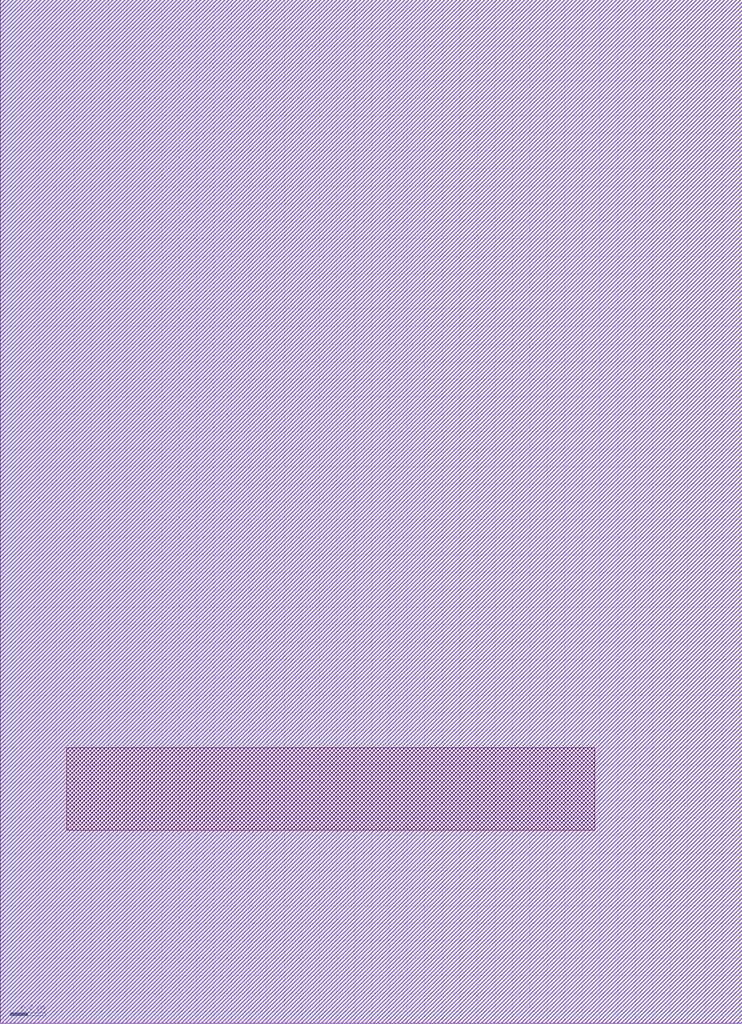
<source format=lef>
VERSION 5.7 ;
  NOWIREEXTENSIONATPIN ON ;
  DIVIDERCHAR "/" ;
  BUSBITCHARS "[]" ;
UNITS
  DATABASE MICRONS 200 ;
END UNITS

LAYER via2
  TYPE CUT ;
END via2

LAYER via
  TYPE CUT ;
END via

LAYER nwell
  TYPE MASTERSLICE ;
END nwell

LAYER via3
  TYPE CUT ;
END via3

LAYER pwell
  TYPE MASTERSLICE ;
END pwell

LAYER via4
  TYPE CUT ;
END via4

LAYER mcon
  TYPE CUT ;
END mcon

LAYER met6
  TYPE ROUTING ;
  WIDTH 0.030000 ;
  SPACING 0.040000 ;
  DIRECTION HORIZONTAL ;
END met6

LAYER met1
  TYPE ROUTING ;
  WIDTH 0.140000 ;
  SPACING 0.140000 ;
  DIRECTION HORIZONTAL ;
END met1

LAYER met3
  TYPE ROUTING ;
  WIDTH 0.300000 ;
  SPACING 0.300000 ;
  DIRECTION HORIZONTAL ;
END met3

LAYER met2
  TYPE ROUTING ;
  WIDTH 0.140000 ;
  SPACING 0.140000 ;
  DIRECTION HORIZONTAL ;
END met2

LAYER met4
  TYPE ROUTING ;
  WIDTH 0.300000 ;
  SPACING 0.300000 ;
  DIRECTION HORIZONTAL ;
END met4

LAYER met5
  TYPE ROUTING ;
  WIDTH 1.600000 ;
  SPACING 1.600000 ;
  DIRECTION HORIZONTAL ;
END met5

LAYER li1
  TYPE ROUTING ;
  WIDTH 0.170000 ;
  SPACING 0.170000 ;
  DIRECTION HORIZONTAL ;
END li1

MACRO sky130_hilas_CapModule03
  CLASS BLOCK ;
  FOREIGN sky130_hilas_CapModule03 ;
  ORIGIN 3.920 2.470 ;
  SIZE 4.230 BY 5.830 ;
  OBS
      LAYER met3 ;
        RECT -3.920 -2.470 0.310 3.360 ;
      LAYER met4 ;
        RECT -3.540 -1.370 -0.530 -0.900 ;
  END
END sky130_hilas_CapModule03
END LIBRARY


</source>
